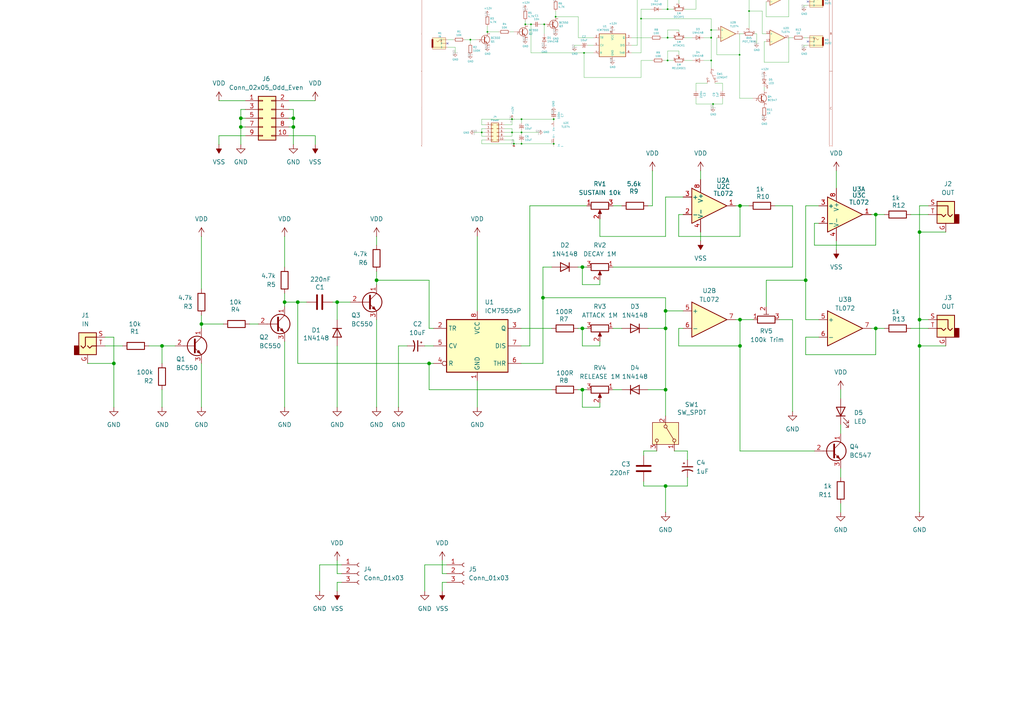
<source format=kicad_sch>
(kicad_sch (version 20250114) (generator "eeschema") (generator_version "9.0")
  (paper "A4")
  (title_block (title "ASDR") (date "2025-06-14") (rev "1-0"))
  (lib_symbols
    (symbol "Amplifier_Operational:TL072" (pin_names (offset 0.127))
      (property "Reference" "U" (at 0 5.08 0))
      (property "Value" "TL072" (at 0 -5.08 0))
      (symbol "TL072_1_1"
        (polyline (pts (xy -5.08 5.08) (xy 5.08 0) (xy -5.08 -5.08) (xy -5.08 5.08)) (stroke (width 0.254)) (fill (type background)))
        (pin input line (at -7.62 2.54 0) (length 2.54) (name "+") (number "3"))
        (pin input line (at -7.62 -2.54 0) (length 2.54) (name "-") (number "2"))
        (pin output line (at 7.62 0 180) (length 2.54) (name "~") (number "1"))
      )
      (symbol "TL072_2_1"
        (polyline (pts (xy -5.08 5.08) (xy 5.08 0) (xy -5.08 -5.08) (xy -5.08 5.08)) (stroke (width 0.254)) (fill (type background)))
        (pin input line (at -7.62 2.54 0) (length 2.54) (name "+") (number "5"))
        (pin input line (at -7.62 -2.54 0) (length 2.54) (name "-") (number "6"))
        (pin output line (at 7.62 0 180) (length 2.54) (name "~") (number "7"))
      )
      (symbol "TL072_3_1"
        (pin power_in line (at -2.54 7.62 270) (length 3.81) (name "V+") (number "8"))
        (pin power_in line (at -2.54 -7.62 90) (length 3.81) (name "V-") (number "4"))
      )
    )
    (symbol "Connector:Conn_01x03_Socket" (pin_names (offset 1.016) (hide yes))
      (property "Reference" "J" (at 0 5.08 0))
      (property "Value" "Conn_01x03_Socket" (at 0 -5.08 0))
      (symbol "Conn_01x03_Socket_1_1"
        (polyline (pts (xy -1.27 2.54) (xy -0.508 2.54)) (stroke (width 0.1524)))
        (polyline (pts (xy -1.27 0) (xy -0.508 0)) (stroke (width 0.1524)))
        (polyline (pts (xy -1.27 -2.54) (xy -0.508 -2.54)) (stroke (width 0.1524)))
        (arc (start 0 2.032) (mid -0.5058 2.54) (end 0 3.048) (stroke (width 0.1524)))
        (arc (start 0 -0.508) (mid -0.5058 0) (end 0 0.508) (stroke (width 0.1524)))
        (arc (start 0 -3.048) (mid -0.5058 -2.54) (end 0 -2.032) (stroke (width 0.1524)))
        (pin passive line (at -5.08 2.54 0) (length 3.81) (name "Pin_1") (number "1"))
        (pin passive line (at -5.08 0 0) (length 3.81) (name "Pin_2") (number "2"))
        (pin passive line (at -5.08 -2.54 0) (length 3.81) (name "Pin_3") (number "3"))
      )
    )
    (symbol "Connector_Generic:Conn_02x05_Odd_Even" (pin_names (offset 1.016) (hide yes))
      (property "Reference" "J" (at 1.27 7.62 0))
      (property "Value" "Conn_02x05_Odd_Even" (at 1.27 -7.62 0))
      (symbol "Conn_02x05_Odd_Even_1_1"
        (rectangle (start -1.27 6.35) (end 3.81 -6.35) (stroke (width 0.254)) (fill (type background)))
        (rectangle (start -1.27 5.207) (end 0 4.953) (stroke (width 0.1524)))
        (rectangle (start -1.27 2.667) (end 0 2.413) (stroke (width 0.1524)))
        (rectangle (start -1.27 0.127) (end 0 -0.127) (stroke (width 0.1524)))
        (rectangle (start -1.27 -2.413) (end 0 -2.667) (stroke (width 0.1524)))
        (rectangle (start -1.27 -4.953) (end 0 -5.207) (stroke (width 0.1524)))
        (rectangle (start 3.81 5.207) (end 2.54 4.953) (stroke (width 0.1524)))
        (rectangle (start 3.81 2.667) (end 2.54 2.413) (stroke (width 0.1524)))
        (rectangle (start 3.81 0.127) (end 2.54 -0.127) (stroke (width 0.1524)))
        (rectangle (start 3.81 -2.413) (end 2.54 -2.667) (stroke (width 0.1524)))
        (rectangle (start 3.81 -4.953) (end 2.54 -5.207) (stroke (width 0.1524)))
        (pin passive line (at -5.08 5.08 0) (length 3.81) (name "Pin_1") (number "1"))
        (pin passive line (at -5.08 2.54 0) (length 3.81) (name "Pin_3") (number "3"))
        (pin passive line (at -5.08 0 0) (length 3.81) (name "Pin_5") (number "5"))
        (pin passive line (at -5.08 -2.54 0) (length 3.81) (name "Pin_7") (number "7"))
        (pin passive line (at -5.08 -5.08 0) (length 3.81) (name "Pin_9") (number "9"))
        (pin passive line (at 7.62 5.08 180) (length 3.81) (name "Pin_2") (number "2"))
        (pin passive line (at 7.62 2.54 180) (length 3.81) (name "Pin_4") (number "4"))
        (pin passive line (at 7.62 0 180) (length 3.81) (name "Pin_6") (number "6"))
        (pin passive line (at 7.62 -2.54 180) (length 3.81) (name "Pin_8") (number "8"))
        (pin passive line (at 7.62 -5.08 180) (length 3.81) (name "Pin_10") (number "10"))
      )
    )
    (symbol "Device:C" (pin_numbers (hide yes)) (pin_names (offset 0.254))
      (property "Reference" "C" (at 0.635 2.54 0))
      (property "Value" "C" (at 0.635 -2.54 0))
      (symbol "C_0_1"
        (polyline (pts (xy -2.032 0.762) (xy 2.032 0.762)) (stroke (width 0.508)))
        (polyline (pts (xy -2.032 -0.762) (xy 2.032 -0.762)) (stroke (width 0.508)))
      )
      (symbol "C_1_1"
        (pin passive line (at 0 3.81 270) (length 2.794) (name "~") (number "1"))
        (pin passive line (at 0 -3.81 90) (length 2.794) (name "~") (number "2"))
      )
    )
    (symbol "Device:C_Polarized_Small_US" (pin_numbers (hide yes)) (pin_names (offset 0.254) (hide yes))
      (property "Reference" "C" (at 0.254 1.778 0))
      (property "Value" "C_Polarized_Small_US" (at 0.254 -2.032 0))
      (symbol "C_Polarized_Small_US_0_1"
        (polyline (pts (xy -1.524 0.508) (xy 1.524 0.508)) (stroke (width 0.3048)))
        (polyline (pts (xy -1.27 1.524) (xy -0.762 1.524)))
        (polyline (pts (xy -1.016 1.27) (xy -1.016 1.778)))
        (arc (start -1.524 -0.762) (mid 0 -0.3734) (end 1.524 -0.762) (stroke (width 0.3048)))
      )
      (symbol "C_Polarized_Small_US_1_1"
        (pin passive line (at 0 2.54 270) (length 2.032) (name "~") (number "1"))
        (pin passive line (at 0 -2.54 90) (length 2.032) (name "~") (number "2"))
      )
    )
    (symbol "Device:D" (pin_numbers (hide yes)) (pin_names (offset 1.016) (hide yes))
      (property "Reference" "D" (at 0 2.54 0))
      (property "Value" "D" (at 0 -2.54 0))
      (symbol "D_0_1"
        (polyline (pts (xy -1.27 1.27) (xy -1.27 -1.27)) (stroke (width 0.254)))
        (polyline (pts (xy 1.27 1.27) (xy 1.27 -1.27) (xy -1.27 0) (xy 1.27 1.27)) (stroke (width 0.254)))
        (polyline (pts (xy 1.27 0) (xy -1.27 0)))
      )
      (symbol "D_1_1"
        (pin passive line (at -3.81 0 0) (length 2.54) (name "K") (number "1"))
        (pin passive line (at 3.81 0 180) (length 2.54) (name "A") (number "2"))
      )
    )
    (symbol "Device:LED" (pin_numbers (hide yes)) (pin_names (offset 1.016) (hide yes))
      (property "Reference" "D" (at 0 2.54 0))
      (property "Value" "LED" (at 0 -2.54 0))
      (symbol "LED_0_1"
        (polyline (pts (xy -3.048 -0.762) (xy -4.572 -2.286) (xy -3.81 -2.286) (xy -4.572 -2.286) (xy -4.572 -1.524)))
        (polyline (pts (xy -1.778 -0.762) (xy -3.302 -2.286) (xy -2.54 -2.286) (xy -3.302 -2.286) (xy -3.302 -1.524)))
        (polyline (pts (xy -1.27 0) (xy 1.27 0)))
        (polyline (pts (xy -1.27 -1.27) (xy -1.27 1.27)) (stroke (width 0.254)))
        (polyline (pts (xy 1.27 -1.27) (xy 1.27 1.27) (xy -1.27 0) (xy 1.27 -1.27)) (stroke (width 0.254)))
      )
      (symbol "LED_1_1"
        (pin passive line (at -3.81 0 0) (length 2.54) (name "K") (number "1"))
        (pin passive line (at 3.81 0 180) (length 2.54) (name "A") (number "2"))
      )
    )
    (symbol "HackSynth:AudioJack2_Ground"
      (property "Reference" "J" (at 0 8.89 0))
      (property "Value" "AudioJack2_Ground" (at 0 6.35 0))
      (symbol "AudioJack2_Ground_0_1"
        (rectangle (start -2.54 -2.54) (end -3.81 0) (stroke (width 0.254)) (fill (type outline)))
        (polyline (pts (xy 0 0) (xy 0.635 -0.635) (xy 1.27 0) (xy 2.54 0)) (stroke (width 0.254)))
        (rectangle (start 2.54 3.81) (end -2.54 -2.54) (stroke (width 0.254)) (fill (type background)))
        (polyline (pts (xy 2.54 2.54) (xy -0.635 2.54) (xy -0.635 0) (xy -1.27 -0.635) (xy -1.905 0)) (stroke (width 0.254)))
      )
      (symbol "AudioJack2_Ground_1_1"
        (pin passive line (at 0 -5.08 90) (length 2.54) (name "~") (number "G"))
        (pin passive line (at 5.08 2.54 180) (length 2.54) (name "~") (number "S"))
        (pin passive line (at 5.08 0 180) (length 2.54) (name "~") (number "T"))
      )
    )
    (symbol "HackSynth:R" (pin_numbers (hide yes)) (pin_names (offset 0))
      (property "Reference" "R" (at 2.032 0 90))
      (property "Value" "R" (at 0 0 90))
      (symbol "R_0_1"
        (rectangle (start -1.016 -2.54) (end 1.016 2.54) (stroke (width 0.254)))
      )
      (symbol "R_1_1"
        (pin passive line (at 0 3.81 270) (length 1.27) (name "~") (number "1"))
        (pin passive line (at 0 -3.81 90) (length 1.27) (name "~") (number "2"))
      )
    )
    (symbol "HackSynth:R_Potentiometer" (pin_names (offset 1.016) (hide yes))
      (property "Reference" "RV" (at -4.445 0 90))
      (property "Value" "R_Potentiometer" (at -2.54 0 90))
      (symbol "R_Potentiometer_0_1"
        (rectangle (start 1.016 2.54) (end -1.016 -2.54) (stroke (width 0.254)))
        (polyline (pts (xy 1.143 0) (xy 2.286 0.508) (xy 2.286 -0.508) (xy 1.143 0)) (fill (type outline)))
        (polyline (pts (xy 2.54 0) (xy 1.524 0)))
      )
      (symbol "R_Potentiometer_1_1"
        (pin passive line (at 0 3.81 270) (length 1.27) (name "1") (number "1"))
        (pin passive line (at 0 -3.81 90) (length 1.27) (name "3") (number "3"))
        (pin passive line (at 3.81 0 180) (length 1.27) (name "2") (number "2"))
      )
    )
    (symbol "HackSynth:R_Potentiometer_Trim" (pin_names (offset 1.016) (hide yes))
      (property "Reference" "RV2" (at -2.54 1.2701 0))
      (property "Value" "R_Potentiometer_Trim 1k" (at -2.54 -1.2699 0))
      (symbol "R_Potentiometer_Trim_0_1"
        (rectangle (start 1.016 2.54) (end -1.016 -2.54) (stroke (width 0.254)))
        (polyline (pts (xy 1.524 0.762) (xy 1.524 -0.762)))
        (polyline (pts (xy 2.54 0) (xy 1.524 0)))
      )
      (symbol "R_Potentiometer_Trim_1_1"
        (pin passive line (at 0 3.81 270) (length 1.27) (name "1") (number "1"))
        (pin passive line (at 0 -3.81 90) (length 1.27) (name "3") (number "3"))
        (pin passive line (at 3.81 0 180) (length 1.27) (name "2") (number "2"))
      )
    )
    (symbol "Switch:SW_SPDT" (pin_names (offset 0) (hide yes))
      (property "Reference" "SW" (at 0 5.08 0))
      (property "Value" "SW_SPDT" (at 0 -5.08 0))
      (symbol "SW_SPDT_0_1"
        (circle (center -2.032 0) (radius 0.4572))
        (polyline (pts (xy -1.651 0.254) (xy 1.651 2.286)))
        (circle (center 2.032 2.54) (radius 0.4572))
        (circle (center 2.032 -2.54) (radius 0.4572))
      )
      (symbol "SW_SPDT_1_1"
        (rectangle (start -3.175 3.81) (end 3.175 -3.81) (fill (type background)))
        (pin passive line (at -5.08 0 0) (length 2.54) (name "B") (number "2"))
        (pin passive line (at 5.08 2.54 180) (length 2.54) (name "A") (number "1"))
        (pin passive line (at 5.08 -2.54 180) (length 2.54) (name "C") (number "3"))
      )
    )
    (symbol "Timer:ICM7555xP"
      (property "Reference" "U" (at -10.16 8.89 0))
      (property "Value" "ICM7555xP" (at 2.54 8.89 0))
      (symbol "ICM7555xP_0_0"
        (pin power_in line (at 0 10.16 270) (length 2.54) (name "VCC") (number "8"))
        (pin power_in line (at 0 -10.16 90) (length 2.54) (name "GND") (number "1"))
      )
      (symbol "ICM7555xP_0_1"
        (rectangle (start -8.89 -7.62) (end 8.89 7.62) (stroke (width 0.254)) (fill (type background)))
        (rectangle (start -8.89 -7.62) (end 8.89 7.62) (stroke (width 0.254)) (fill (type background)))
      )
      (symbol "ICM7555xP_1_1"
        (pin input line (at -12.7 5.08 0) (length 3.81) (name "TR") (number "2"))
        (pin input line (at -12.7 0 0) (length 3.81) (name "CV") (number "5"))
        (pin input inverted (at -12.7 -5.08 0) (length 3.81) (name "R") (number "4"))
        (pin output line (at 12.7 5.08 180) (length 3.81) (name "Q") (number "3"))
        (pin input line (at 12.7 0 180) (length 3.81) (name "DIS") (number "7"))
        (pin input line (at 12.7 -5.08 180) (length 3.81) (name "THR") (number "6"))
      )
    )
    (symbol "Transistor_BJT:BC547" (pin_names (offset 0) (hide yes))
      (property "Reference" "Q" (at 5.08 1.905 0))
      (property "Value" "BC547" (at 5.08 0 0))
      (symbol "BC547_0_1"
        (polyline (pts (xy -2.54 0) (xy 0.635 0)))
        (polyline (pts (xy 0.635 1.905) (xy 0.635 -1.905)) (stroke (width 0.508)))
        (circle (center 1.27 0) (radius 2.8194) (stroke (width 0.254)))
      )
      (symbol "BC547_1_1"
        (polyline (pts (xy 0.635 0.635) (xy 2.54 2.54)))
        (polyline (pts (xy 0.635 -0.635) (xy 2.54 -2.54)))
        (polyline (pts (xy 1.27 -1.778) (xy 1.778 -1.27) (xy 2.286 -2.286) (xy 1.27 -1.778)) (fill (type outline)))
        (pin input line (at -5.08 0 0) (length 2.54) (name "B") (number "2"))
        (pin passive line (at 2.54 5.08 270) (length 2.54) (name "C") (number "1"))
        (pin passive line (at 2.54 -5.08 90) (length 2.54) (name "E") (number "3"))
      )
    )
    (symbol "Transistor_BJT:BC550" (pin_names (offset 0) (hide yes))
      (property "Reference" "Q" (at 5.08 1.905 0))
      (property "Value" "BC550" (at 5.08 0 0))
      (symbol "BC550_0_1"
        (polyline (pts (xy -2.54 0) (xy 0.635 0)))
        (polyline (pts (xy 0.635 1.905) (xy 0.635 -1.905)) (stroke (width 0.508)))
        (circle (center 1.27 0) (radius 2.8194) (stroke (width 0.254)))
      )
      (symbol "BC550_1_1"
        (polyline (pts (xy 0.635 0.635) (xy 2.54 2.54)))
        (polyline (pts (xy 0.635 -0.635) (xy 2.54 -2.54)))
        (polyline (pts (xy 1.27 -1.778) (xy 1.778 -1.27) (xy 2.286 -2.286) (xy 1.27 -1.778)) (fill (type outline)))
        (pin input line (at -5.08 0 0) (length 2.54) (name "B") (number "2"))
        (pin passive line (at 2.54 5.08 270) (length 2.54) (name "C") (number "1"))
        (pin passive line (at 2.54 -5.08 90) (length 2.54) (name "E") (number "3"))
      )
    )
    (symbol "power:GND" (power) (pin_numbers (hide yes)) (pin_names (offset 0) (hide yes))
      (property "Value" "GND" (at 0 -3.81 0))
      (symbol "GND_0_1"
        (polyline (pts (xy 0 0) (xy 0 -1.27) (xy 1.27 -1.27) (xy 0 -2.54) (xy -1.27 -1.27) (xy 0 -1.27)))
      )
      (symbol "GND_1_1"
        (pin power_in line (at 0 0 270) (length 0) (name "~") (number "1"))
      )
    )
    (symbol "power:VDD" (power) (pin_numbers (hide yes)) (pin_names (offset 0) (hide yes))
      (property "Value" "VDD" (at 0 3.556 0))
      (symbol "VDD_0_1"
        (polyline (pts (xy -0.762 1.27) (xy 0 2.54)))
        (polyline (pts (xy 0 2.54) (xy 0.762 1.27)))
        (polyline (pts (xy 0 0) (xy 0 2.54)))
      )
      (symbol "VDD_1_1"
        (pin power_in line (at 0 0 90) (length 0) (name "~") (number "1"))
      )
    )
    (symbol "power:VSS" (power) (pin_numbers (hide yes)) (pin_names (offset 0) (hide yes))
      (property "Value" "VSS" (at 0 3.556 0))
      (symbol "VSS_0_1"
        (polyline (pts (xy 0 0) (xy 0 2.54)))
        (polyline (pts (xy 0.762 1.27) (xy -0.762 1.27) (xy 0 2.54) (xy 0.762 1.27)) (fill (type outline)))
      )
      (symbol "VSS_1_1"
        (pin power_in line (at 0 0 90) (length 0) (name "~") (number "1"))
      )
    )
  )
  (junction (at 168.91 113.03))
  (junction (at 168.91 77.47))
  (junction (at 254 95.25))
  (junction (at 82.55 87.63))
  (junction (at 266.7 92.71))
  (junction (at 214.63 59.69))
  (junction (at 193.04 90.17))
  (junction (at 157.48 86.36))
  (junction (at 193.04 95.25))
  (junction (at 214.63 100.33))
  (junction (at 86.36 87.63))
  (junction (at 69.85 34.29))
  (junction (at 266.7 67.31))
  (junction (at 124.46 105.41))
  (junction (at 97.79 87.63))
  (junction (at 168.91 95.25))
  (junction (at 69.85 36.83))
  (junction (at 193.04 140.97))
  (junction (at 85.09 36.83))
  (junction (at 214.63 92.71))
  (junction (at 233.68 81.28))
  (junction (at 193.04 113.03))
  (junction (at 266.7 100.33))
  (junction (at 46.99 100.33))
  (junction (at 109.22 81.28))
  (junction (at 85.09 34.29))
  (junction (at 254 62.23))
  (junction (at 58.42 93.98))
  (junction (at 33.02 105.41))
  (wire (pts (xy 71.12 36.83) (xy 69.85 36.83)))
  (wire (pts (xy 252.73 95.25) (xy 254 95.25)))
  (wire (pts (xy 229.87 92.71) (xy 229.87 119.38)))
  (wire (pts (xy 195.58 130.81) (xy 199.39 130.81)))
  (wire (pts (xy 168.91 118.11) (xy 173.99 118.11)))
  (wire (pts (xy 86.36 105.41) (xy 124.46 105.41)))
  (wire (pts (xy 168.91 113.03) (xy 170.18 113.03)))
  (wire (pts (xy 226.06 92.71) (xy 229.87 92.71)))
  (wire (pts (xy 186.69 140.97) (xy 186.69 139.7)))
  (wire (pts (xy 187.96 95.25) (xy 193.04 95.25)))
  (wire (pts (xy 269.24 95.25) (xy 264.16 95.25)))
  (wire (pts (xy 58.42 68.58) (xy 58.42 83.82)))
  (wire (pts (xy 168.91 77.47) (xy 170.18 77.47)))
  (wire (pts (xy 69.85 31.75) (xy 69.85 34.29)))
  (wire (pts (xy 97.79 166.37) (xy 99.06 166.37)))
  (wire (pts (xy 233.68 92.71) (xy 237.49 92.71)))
  (wire (pts (xy 128.27 162.56) (xy 128.27 166.37)))
  (wire (pts (xy 187.96 59.69) (xy 189.23 59.69)))
  (wire (pts (xy 196.85 100.33) (xy 214.63 100.33)))
  (wire (pts (xy 124.46 105.41) (xy 124.46 113.03)))
  (wire (pts (xy 233.68 102.87) (xy 254 102.87)))
  (wire (pts (xy 199.39 140.97) (xy 193.04 140.97)))
  (wire (pts (xy 72.39 93.98) (xy 74.93 93.98)))
  (wire (pts (xy 193.04 95.25) (xy 193.04 90.17)))
  (wire (pts (xy 233.68 97.79) (xy 233.68 102.87)))
  (wire (pts (xy 99.06 163.83) (xy 92.71 163.83)))
  (wire (pts (xy 63.5 39.37) (xy 71.12 39.37)))
  (wire (pts (xy 189.23 59.69) (xy 189.23 49.53)))
  (wire (pts (xy 109.22 68.58) (xy 109.22 71.12)))
  (wire (pts (xy 58.42 91.44) (xy 58.42 93.98)))
  (wire (pts (xy 186.69 132.08) (xy 186.69 130.81)))
  (wire (pts (xy 193.04 90.17) (xy 198.12 90.17)))
  (wire (pts (xy 236.22 64.77) (xy 237.49 64.77)))
  (wire (pts (xy 129.54 168.91) (xy 128.27 168.91)))
  (wire (pts (xy 168.91 100.33) (xy 173.99 100.33)))
  (wire (pts (xy 115.57 100.33) (xy 115.57 118.11)))
  (wire (pts (xy 187.96 113.03) (xy 193.04 113.03)))
  (wire (pts (xy 177.8 77.47) (xy 229.87 77.47)))
  (wire (pts (xy 269.24 59.69) (xy 266.7 59.69)))
  (wire (pts (xy 177.8 113.03) (xy 180.34 113.03)))
  (wire (pts (xy 254 62.23) (xy 256.54 62.23)))
  (wire (pts (xy 92.71 163.83) (xy 92.71 171.45)))
  (wire (pts (xy 254 95.25) (xy 256.54 95.25)))
  (wire (pts (xy 168.91 95.25) (xy 168.91 100.33)))
  (wire (pts (xy 63.5 39.37) (xy 63.5 41.91)))
  (wire (pts (xy 109.22 78.74) (xy 109.22 81.28)))
  (wire (pts (xy 86.36 87.63) (xy 88.9 87.63)))
  (wire (pts (xy 97.79 87.63) (xy 97.79 92.71)))
  (wire (pts (xy 30.48 100.33) (xy 35.56 100.33)))
  (wire (pts (xy 63.5 29.21) (xy 71.12 29.21)))
  (wire (pts (xy 124.46 113.03) (xy 160.02 113.03)))
  (wire (pts (xy 236.22 64.77) (xy 236.22 71.12)))
  (wire (pts (xy 173.99 82.55) (xy 173.99 81.28)))
  (wire (pts (xy 125.73 105.41) (xy 124.46 105.41)))
  (wire (pts (xy 193.04 86.36) (xy 193.04 90.17)))
  (wire (pts (xy 46.99 100.33) (xy 46.99 105.41)))
  (wire (pts (xy 157.48 77.47) (xy 160.02 77.47)))
  (wire (pts (xy 151.13 100.33) (xy 153.67 100.33)))
  (wire (pts (xy 86.36 105.41) (xy 86.36 87.63)))
  (wire (pts (xy 82.55 87.63) (xy 86.36 87.63)))
  (wire (pts (xy 69.85 34.29) (xy 69.85 36.83)))
  (wire (pts (xy 236.22 71.12) (xy 254 71.12)))
  (wire (pts (xy 157.48 86.36) (xy 193.04 86.36)))
  (wire (pts (xy 196.85 68.58) (xy 214.63 68.58)))
  (wire (pts (xy 83.82 36.83) (xy 85.09 36.83)))
  (wire (pts (xy 196.85 95.25) (xy 198.12 95.25)))
  (wire (pts (xy 71.12 34.29) (xy 69.85 34.29)))
  (wire (pts (xy 254 62.23) (xy 252.73 62.23)))
  (wire (pts (xy 83.82 29.21) (xy 91.44 29.21)))
  (wire (pts (xy 193.04 68.58) (xy 193.04 57.15)))
  (wire (pts (xy 173.99 100.33) (xy 173.99 99.06)))
  (wire (pts (xy 214.63 92.71) (xy 218.44 92.71)))
  (wire (pts (xy 173.99 118.11) (xy 173.99 116.84)))
  (wire (pts (xy 213.36 59.69) (xy 214.63 59.69)))
  (wire (pts (xy 83.82 34.29) (xy 85.09 34.29)))
  (wire (pts (xy 99.06 168.91) (xy 97.79 168.91)))
  (wire (pts (xy 71.12 31.75) (xy 69.85 31.75)))
  (wire (pts (xy 196.85 95.25) (xy 196.85 100.33)))
  (wire (pts (xy 266.7 92.71) (xy 266.7 100.33)))
  (wire (pts (xy 129.54 163.83) (xy 123.19 163.83)))
  (wire (pts (xy 168.91 95.25) (xy 170.18 95.25)))
  (wire (pts (xy 254 102.87) (xy 254 95.25)))
  (wire (pts (xy 222.25 81.28) (xy 233.68 81.28)))
  (wire (pts (xy 173.99 68.58) (xy 173.99 63.5)))
  (wire (pts (xy 229.87 77.47) (xy 229.87 59.69)))
  (wire (pts (xy 82.55 99.06) (xy 82.55 118.11)))
  (wire (pts (xy 69.85 36.83) (xy 69.85 41.91)))
  (wire (pts (xy 157.48 77.47) (xy 157.48 86.36)))
  (wire (pts (xy 203.2 49.53) (xy 203.2 52.07)))
  (wire (pts (xy 109.22 81.28) (xy 109.22 82.55)))
  (wire (pts (xy 186.69 140.97) (xy 193.04 140.97)))
  (wire (pts (xy 203.2 69.85) (xy 203.2 67.31)))
  (wire (pts (xy 254 71.12) (xy 254 62.23)))
  (wire (pts (xy 97.79 168.91) (xy 97.79 171.45)))
  (wire (pts (xy 173.99 68.58) (xy 193.04 68.58)))
  (wire (pts (xy 33.02 97.79) (xy 33.02 105.41)))
  (wire (pts (xy 82.55 68.58) (xy 82.55 77.47)))
  (wire (pts (xy 222.25 88.9) (xy 222.25 81.28)))
  (wire (pts (xy 214.63 130.81) (xy 236.22 130.81)))
  (wire (pts (xy 193.04 57.15) (xy 198.12 57.15)))
  (wire (pts (xy 96.52 87.63) (xy 97.79 87.63)))
  (wire (pts (xy 266.7 148.59) (xy 266.7 100.33)))
  (wire (pts (xy 82.55 87.63) (xy 82.55 88.9)))
  (wire (pts (xy 243.84 148.59) (xy 243.84 146.05)))
  (wire (pts (xy 167.64 95.25) (xy 168.91 95.25)))
  (wire (pts (xy 266.7 67.31) (xy 266.7 92.71)))
  (wire (pts (xy 168.91 113.03) (xy 168.91 118.11)))
  (wire (pts (xy 58.42 93.98) (xy 64.77 93.98)))
  (wire (pts (xy 177.8 95.25) (xy 180.34 95.25)))
  (wire (pts (xy 214.63 59.69) (xy 214.63 68.58)))
  (wire (pts (xy 85.09 34.29) (xy 85.09 36.83)))
  (wire (pts (xy 229.87 59.69) (xy 224.79 59.69)))
  (wire (pts (xy 46.99 113.03) (xy 46.99 118.11)))
  (wire (pts (xy 243.84 138.43) (xy 243.84 135.89)))
  (wire (pts (xy 151.13 95.25) (xy 160.02 95.25)))
  (wire (pts (xy 97.79 87.63) (xy 101.6 87.63)))
  (wire (pts (xy 138.43 68.58) (xy 138.43 90.17)))
  (wire (pts (xy 233.68 59.69) (xy 233.68 81.28)))
  (wire (pts (xy 157.48 105.41) (xy 157.48 86.36)))
  (wire (pts (xy 167.64 113.03) (xy 168.91 113.03)))
  (wire (pts (xy 118.11 100.33) (xy 115.57 100.33)))
  (wire (pts (xy 128.27 168.91) (xy 128.27 171.45)))
  (wire (pts (xy 242.57 72.39) (xy 242.57 69.85)))
  (wire (pts (xy 151.13 105.41) (xy 157.48 105.41)))
  (wire (pts (xy 266.7 67.31) (xy 274.32 67.31)))
  (wire (pts (xy 97.79 118.11) (xy 97.79 100.33)))
  (wire (pts (xy 193.04 148.59) (xy 193.04 140.97)))
  (wire (pts (xy 153.67 59.69) (xy 170.18 59.69)))
  (wire (pts (xy 196.85 62.23) (xy 196.85 68.58)))
  (wire (pts (xy 196.85 62.23) (xy 198.12 62.23)))
  (wire (pts (xy 243.84 113.03) (xy 243.84 115.57)))
  (wire (pts (xy 138.43 110.49) (xy 138.43 118.11)))
  (wire (pts (xy 91.44 39.37) (xy 91.44 41.91)))
  (wire (pts (xy 33.02 105.41) (xy 33.02 118.11)))
  (wire (pts (xy 266.7 100.33) (xy 274.32 100.33)))
  (wire (pts (xy 82.55 85.09) (xy 82.55 87.63)))
  (wire (pts (xy 242.57 49.53) (xy 242.57 54.61)))
  (wire (pts (xy 186.69 130.81) (xy 190.5 130.81)))
  (wire (pts (xy 266.7 59.69) (xy 266.7 67.31)))
  (wire (pts (xy 199.39 130.81) (xy 199.39 133.35)))
  (wire (pts (xy 168.91 77.47) (xy 168.91 82.55)))
  (wire (pts (xy 177.8 59.69) (xy 180.34 59.69)))
  (wire (pts (xy 33.02 105.41) (xy 25.4 105.41)))
  (wire (pts (xy 168.91 82.55) (xy 173.99 82.55)))
  (wire (pts (xy 128.27 166.37) (xy 129.54 166.37)))
  (wire (pts (xy 85.09 36.83) (xy 85.09 41.91)))
  (wire (pts (xy 43.18 100.33) (xy 46.99 100.33)))
  (wire (pts (xy 91.44 39.37) (xy 83.82 39.37)))
  (wire (pts (xy 30.48 97.79) (xy 33.02 97.79)))
  (wire (pts (xy 123.19 163.83) (xy 123.19 171.45)))
  (wire (pts (xy 199.39 138.43) (xy 199.39 140.97)))
  (wire (pts (xy 58.42 105.41) (xy 58.42 118.11)))
  (wire (pts (xy 153.67 100.33) (xy 153.67 59.69)))
  (wire (pts (xy 167.64 77.47) (xy 168.91 77.47)))
  (wire (pts (xy 97.79 162.56) (xy 97.79 166.37)))
  (wire (pts (xy 269.24 62.23) (xy 264.16 62.23)))
  (wire (pts (xy 124.46 95.25) (xy 124.46 81.28)))
  (wire (pts (xy 85.09 31.75) (xy 85.09 34.29)))
  (wire (pts (xy 109.22 81.28) (xy 124.46 81.28)))
  (wire (pts (xy 213.36 92.71) (xy 214.63 92.71)))
  (wire (pts (xy 243.84 123.19) (xy 243.84 125.73)))
  (wire (pts (xy 237.49 59.69) (xy 233.68 59.69)))
  (wire (pts (xy 233.68 81.28) (xy 233.68 92.71)))
  (wire (pts (xy 109.22 92.71) (xy 109.22 118.11)))
  (wire (pts (xy 193.04 95.25) (xy 193.04 113.03)))
  (wire (pts (xy 123.19 100.33) (xy 125.73 100.33)))
  (wire (pts (xy 58.42 93.98) (xy 58.42 95.25)))
  (wire (pts (xy 269.24 92.71) (xy 266.7 92.71)))
  (wire (pts (xy 214.63 100.33) (xy 214.63 130.81)))
  (wire (pts (xy 124.46 95.25) (xy 125.73 95.25)))
  (wire (pts (xy 193.04 113.03) (xy 193.04 120.65)))
  (wire (pts (xy 237.49 97.79) (xy 233.68 97.79)))
  (wire (pts (xy 214.63 92.71) (xy 214.63 100.33)))
  (wire (pts (xy 83.82 31.75) (xy 85.09 31.75)))
  (wire (pts (xy 46.99 100.33) (xy 50.8 100.33)))
  (wire (pts (xy 214.63 59.69) (xy 217.17 59.69)))
  (image (at 182.245 10.795) (scale 0.396342))
  (symbol (lib_id "HackSynth:R_Potentiometer") (at 173.99 77.47 270) (unit 1)
    (property "Reference" "RV2" (at 173.99 71.12 90))
    (property "Value" "DECAY 1M" (at 173.99 73.66 90))
    (property "Footprint" "HackSynth:Potentiometer_Alps_RK09K_Horizontal" (effects (hide yes)))
    (property "Description" "Potentiometer" (effects (hide yes)))
  )
  (symbol (lib_id "power:VDD") (at 203.2 49.53 0) (unit 1)
    (property "Reference" "#PWR020" (effects (hide yes)))
    (property "Value" "VDD" (at 203.2 44.45 0))
    (property "Description" "Power symbol creates a global label with name \"VDD\"" (effects (hide yes)))
  )
  (symbol (lib_id "power:GND") (at 229.87 119.38 0) (unit 1)
    (property "Reference" "#PWR022" (effects (hide yes)))
    (property "Value" "GND" (at 229.87 124.46 0))
    (property "Description" "Power symbol creates a global label with name \"GND\" , ground" (effects (hide yes)))
  )
  (symbol (lib_id "HackSynth:R") (at 163.83 113.03 270) (unit 1)
    (property "Reference" "R8" (at 162.1789 110.363 90) (effects (justify left)))
    (property "Value" "100R" (at 163.83 108.204 90))
    (property "Footprint" "HackSynth:R_Axial_DIN0207_L6.3mm_D2.5mm_P7.62mm_Horizontal" (effects (hide yes)))
    (property "Description" "Resistor" (effects (hide yes)))
  )
  (symbol (lib_id "Transistor_BJT:BC550") (at 106.68 87.63 0) (unit 1)
    (property "Reference" "Q3" (at 101.854 91.44 0) (effects (justify left)))
    (property "Value" "BC550" (at 101.854 93.98 0) (effects (justify left)))
    (property "Footprint" "HackSynth:TO-92_Inline - Handsolder" (effects (hide yes)))
    (property "Datasheet" "https://www.onsemi.com/pub/Collateral/BC550-D.pdf" (effects (hide yes)))
    (property "Description" "0.1A Ic, 45V Vce, Small Signal NPN Transistor, TO-92" (effects (hide yes)))
  )
  (symbol (lib_id "power:GND") (at 266.7 148.59 0) (unit 1)
    (property "Reference" "#PWR027" (effects (hide yes)))
    (property "Value" "GND" (at 266.7 153.67 0))
    (property "Description" "Power symbol creates a global label with name \"GND\" , ground" (effects (hide yes)))
  )
  (symbol (lib_id "Amplifier_Operational:TL072") (at 205.74 59.69 0) (unit 1)
    (property "Reference" "U2" (at 207.772 52.324 0) (effects (justify left)))
    (property "Value" "TL072" (at 209.804 56.134 0))
    (property "Footprint" "HackSynth:DIP-8_W7.62mm_LongPads" (effects (hide yes)))
    (property "Datasheet" "http://www.ti.com/lit/ds/symlink/tl071.pdf" (effects (hide yes)))
    (property "Description" "Dual Low-Noise JFET-Input Operational Amplifiers, DIP-8/SOIC-8" (effects (hide yes)))
  )
  (symbol (lib_id "Amplifier_Operational:TL072") (at 205.74 59.69 0) (unit 3)
    (property "Reference" "U2" (at 207.772 54.102 0) (effects (justify left)))
    (property "Value" "TL072" (effects (hide yes)))
    (property "Footprint" "HackSynth:DIP-8_W7.62mm_LongPads" (effects (hide yes)))
    (property "Datasheet" "http://www.ti.com/lit/ds/symlink/tl071.pdf" (effects (hide yes)))
    (property "Description" "Dual Low-Noise JFET-Input Operational Amplifiers, DIP-8/SOIC-8" (effects (hide yes)))
  )
  (symbol (lib_id "Amplifier_Operational:TL072") (at 245.11 62.23 0) (unit 1)
    (property "Reference" "U3" (at 247.142 54.864 0) (effects (justify left)))
    (property "Value" "TL072" (at 249.174 58.674 0))
    (property "Footprint" "HackSynth:DIP-8_W7.62mm_LongPads" (effects (hide yes)))
    (property "Datasheet" "http://www.ti.com/lit/ds/symlink/tl071.pdf" (effects (hide yes)))
    (property "Description" "Dual Low-Noise JFET-Input Operational Amplifiers, DIP-8/SOIC-8" (effects (hide yes)))
  )
  (symbol (lib_id "power:GND") (at 115.57 118.11 0) (unit 1)
    (property "Reference" "#PWR012" (effects (hide yes)))
    (property "Value" "GND" (at 115.57 123.19 0))
    (property "Description" "Power symbol creates a global label with name \"GND\" , ground" (effects (hide yes)))
  )
  (symbol (lib_id "Switch:SW_SPDT") (at 193.04 125.73 270) (unit 1)
    (property "Reference" "SW1" (at 200.66 117.348 90))
    (property "Value" "SW_SPDT" (at 200.66 119.634 90))
    (property "Footprint" "HackSynth:Switch SPDT - MTS-102" (effects (hide yes)))
    (property "Description" "Switch, single pole double throw" (effects (hide yes)))
  )
  (symbol (lib_id "power:VDD") (at 128.27 162.56 0) (unit 1)
    (property "Reference" "#PWR014" (effects (hide yes)))
    (property "Value" "VDD" (at 128.27 157.48 0))
    (property "Description" "Power symbol creates a global label with name \"VDD\"" (effects (hide yes)))
  )
  (symbol (lib_id "HackSynth:R") (at 243.84 142.24 180) (unit 1)
    (property "Reference" "R11" (at 241.3 143.5101 0) (effects (justify left)))
    (property "Value" "1k" (at 241.3 140.9701 0) (effects (justify left)))
    (property "Footprint" "HackSynth:R_Axial_DIN0207_L6.3mm_D2.5mm_P7.62mm_Horizontal" (effects (hide yes)))
    (property "Description" "Resistor" (effects (hide yes)))
  )
  (symbol (lib_id "HackSynth:R_Potentiometer") (at 173.99 95.25 270) (unit 1)
    (property "Reference" "RV3" (at 173.99 88.9 90))
    (property "Value" "ATTACK 1M" (at 173.99 91.44 90))
    (property "Footprint" "HackSynth:Potentiometer_Alps_RK09K_Horizontal" (effects (hide yes)))
    (property "Description" "Potentiometer" (effects (hide yes)))
  )
  (symbol (lib_id "HackSynth:R") (at 82.55 81.28 180) (unit 1)
    (property "Reference" "R5" (at 80.01 82.5501 0) (effects (justify left)))
    (property "Value" "4.7k" (at 80.01 80.0101 0) (effects (justify left)))
    (property "Footprint" "HackSynth:R_Axial_DIN0207_L6.3mm_D2.5mm_P7.62mm_Horizontal" (effects (hide yes)))
    (property "Description" "Resistor" (effects (hide yes)))
  )
  (symbol (lib_id "Device:D") (at 184.15 113.03 0) (unit 1)
    (property "Reference" "D4" (at 184.15 106.68 0))
    (property "Value" "1N4148" (at 184.15 109.22 0))
    (property "Footprint" "HackSynth:D_DO-35_SOD27_P7.62mm_Horizontal" (effects (hide yes)))
    (property "Description" "Diode" (effects (hide yes)))
    (property "Sim.Device" "D" (effects (hide yes)))
    (property "Sim.Pins" "1=K 2=A" (effects (hide yes)))
  )
  (symbol (lib_id "HackSynth:R") (at 184.15 59.69 270) (unit 1)
    (property "Reference" "R9" (at 182.4989 55.499 90) (effects (justify left)))
    (property "Value" "5.6k" (at 183.896 53.34 90))
    (property "Footprint" "HackSynth:R_Axial_DIN0207_L6.3mm_D2.5mm_P7.62mm_Horizontal" (effects (hide yes)))
    (property "Description" "Resistor" (effects (hide yes)))
  )
  (symbol (lib_id "Connector:Conn_01x03_Socket") (at 134.62 166.37 0) (unit 1)
    (property "Reference" "J5" (at 135.89 165.0999 0) (effects (justify left)))
    (property "Value" "Conn_01x03" (at 135.89 167.6399 0) (effects (justify left)))
    (property "Footprint" "HackSynth:JST_PH_S3B-PH-K_1x03_P2.00mm_Horizontal" (effects (hide yes)))
    (property "Description" "Generic connector, single row, 01x03, script generated" (effects (hide yes)))
  )
  (symbol (lib_id "power:VDD") (at 243.84 113.03 0) (unit 1)
    (property "Reference" "#PWR025" (effects (hide yes)))
    (property "Value" "VDD" (at 243.84 107.95 0))
    (property "Description" "Power symbol creates a global label with name \"VDD\"" (effects (hide yes)))
  )
  (symbol (lib_id "Amplifier_Operational:TL072") (at 245.11 62.23 0) (unit 3)
    (property "Reference" "U3" (at 247.142 56.642 0) (effects (justify left)))
    (property "Value" "TL072" (effects (hide yes)))
    (property "Footprint" "HackSynth:DIP-8_W7.62mm_LongPads" (effects (hide yes)))
    (property "Datasheet" "http://www.ti.com/lit/ds/symlink/tl071.pdf" (effects (hide yes)))
    (property "Description" "Dual Low-Noise JFET-Input Operational Amplifiers, DIP-8/SOIC-8" (effects (hide yes)))
  )
  (symbol (lib_id "Device:C") (at 186.69 135.89 0) (mirror y) (unit 1)
    (property "Reference" "C3" (at 182.88 134.6199 0) (effects (justify left)))
    (property "Value" "220nF" (at 182.88 137.1599 0) (effects (justify left)))
    (property "Footprint" "HackSynth:C_Ceramic_D4.5mm_P5.00mm" (effects (hide yes)))
    (property "Description" "Unpolarized capacitor" (effects (hide yes)))
  )
  (symbol (lib_id "Device:C_Polarized_Small_US") (at 120.65 100.33 270) (unit 1)
    (property "Reference" "C2" (at 121.0818 93.98 90))
    (property "Value" "10uF" (at 121.0818 96.52 90))
    (property "Footprint" "HackSynth:CP_Radial_D4.0mm_P1.50mm" (effects (hide yes)))
    (property "Description" "Polarized capacitor, small US symbol" (effects (hide yes)))
  )
  (symbol (lib_id "power:GND") (at 85.09 41.91 0) (mirror y) (unit 1)
    (property "Reference" "#PWR030" (effects (hide yes)))
    (property "Value" "GND" (at 85.09 46.99 0))
    (property "Description" "Power symbol creates a global label with name \"GND\" , ground" (effects (hide yes)))
  )
  (symbol (lib_id "power:GND") (at 58.42 118.11 0) (unit 1)
    (property "Reference" "#PWR03" (effects (hide yes)))
    (property "Value" "GND" (at 58.42 123.19 0))
    (property "Description" "Power symbol creates a global label with name \"GND\" , ground" (effects (hide yes)))
  )
  (symbol (lib_id "HackSynth:R") (at 58.42 87.63 180) (unit 1)
    (property "Reference" "R3" (at 55.88 88.9001 0) (effects (justify left)))
    (property "Value" "4.7k" (at 55.88 86.3601 0) (effects (justify left)))
    (property "Footprint" "HackSynth:R_Axial_DIN0207_L6.3mm_D2.5mm_P7.62mm_Horizontal" (effects (hide yes)))
    (property "Description" "Resistor" (effects (hide yes)))
  )
  (symbol (lib_id "HackSynth:R") (at 220.98 59.69 270) (unit 1)
    (property "Reference" "R10" (at 219.3289 57.023 90) (effects (justify left)))
    (property "Value" "1k" (at 219.202 54.864 90) (effects (justify left)))
    (property "Footprint" "HackSynth:R_Axial_DIN0207_L6.3mm_D2.5mm_P7.62mm_Horizontal" (effects (hide yes)))
    (property "Description" "Resistor" (effects (hide yes)))
  )
  (symbol (lib_id "power:VDD") (at 82.55 68.58 0) (unit 1)
    (property "Reference" "#PWR04" (effects (hide yes)))
    (property "Value" "VDD" (at 82.55 63.5 0))
    (property "Description" "Power symbol creates a global label with name \"VDD\"" (effects (hide yes)))
  )
  (symbol (lib_id "power:VDD") (at 109.22 68.58 0) (unit 1)
    (property "Reference" "#PWR010" (effects (hide yes)))
    (property "Value" "VDD" (at 109.22 63.5 0))
    (property "Description" "Power symbol creates a global label with name \"VDD\"" (effects (hide yes)))
  )
  (symbol (lib_id "power:GND") (at 109.22 118.11 0) (unit 1)
    (property "Reference" "#PWR011" (effects (hide yes)))
    (property "Value" "GND" (at 109.22 123.19 0))
    (property "Description" "Power symbol creates a global label with name \"GND\" , ground" (effects (hide yes)))
  )
  (symbol (lib_id "HackSynth:R_Potentiometer") (at 173.99 59.69 90) (mirror x) (unit 1)
    (property "Reference" "RV1" (at 173.99 53.34 90))
    (property "Value" "SUSTAIN 10k" (at 173.99 55.88 90))
    (property "Footprint" "HackSynth:Potentiometer_Alps_RK09K_Horizontal" (effects (hide yes)))
    (property "Description" "Potentiometer" (effects (hide yes)))
  )
  (symbol (lib_id "Device:C_Polarized_Small_US") (at 199.39 135.89 0) (unit 1)
    (property "Reference" "C4" (at 201.93 134.1881 0) (effects (justify left)))
    (property "Value" "1uF" (at 201.93 136.7281 0) (effects (justify left)))
    (property "Footprint" "HackSynth:C_Ceramic_D4.5mm_P5.00mm" (effects (hide yes)))
    (property "Description" "Polarized capacitor, small US symbol" (effects (hide yes)))
  )
  (symbol (lib_id "HackSynth:AudioJack2_Ground") (at 274.32 62.23 0) (mirror y) (unit 1)
    (property "Reference" "J2" (at 274.955 53.34 0))
    (property "Value" "OUT" (at 274.955 55.88 0))
    (property "Footprint" "HackSynth:Jack_3.5mm" (effects (hide yes)))
    (property "Description" "Audio Jack, 2 Poles (Mono / TS), Grounded Sleeve" (effects (hide yes)))
  )
  (symbol (lib_id "Connector:Conn_01x03_Socket") (at 104.14 166.37 0) (unit 1)
    (property "Reference" "J4" (at 105.41 165.0999 0) (effects (justify left)))
    (property "Value" "Conn_01x03" (at 105.41 167.6399 0) (effects (justify left)))
    (property "Footprint" "HackSynth:JST_PH_S3B-PH-K_1x03_P2.00mm_Horizontal" (effects (hide yes)))
    (property "Description" "Generic connector, single row, 01x03, script generated" (effects (hide yes)))
  )
  (symbol (lib_id "power:GND") (at 33.02 118.11 0) (unit 1)
    (property "Reference" "#PWR028" (effects (hide yes)))
    (property "Value" "GND" (at 33.02 123.19 0))
    (property "Description" "Power symbol creates a global label with name \"GND\" , ground" (effects (hide yes)))
  )
  (symbol (lib_id "Transistor_BJT:BC550") (at 55.88 100.33 0) (unit 1)
    (property "Reference" "Q1" (at 51.054 104.14 0) (effects (justify left)))
    (property "Value" "BC550" (at 51.054 106.68 0) (effects (justify left)))
    (property "Footprint" "HackSynth:TO-92_Inline - Handsolder" (effects (hide yes)))
    (property "Datasheet" "https://www.onsemi.com/pub/Collateral/BC550-D.pdf" (effects (hide yes)))
    (property "Description" "0.1A Ic, 45V Vce, Small Signal NPN Transistor, TO-92" (effects (hide yes)))
  )
  (symbol (lib_id "Device:D") (at 184.15 95.25 0) (mirror y) (unit 1)
    (property "Reference" "D3" (at 184.15 88.9 0))
    (property "Value" "1N4148" (at 184.15 91.44 0))
    (property "Footprint" "HackSynth:D_DO-35_SOD27_P7.62mm_Horizontal" (effects (hide yes)))
    (property "Description" "Diode" (effects (hide yes)))
    (property "Sim.Device" "D" (effects (hide yes)))
    (property "Sim.Pins" "1=K 2=A" (effects (hide yes)))
  )
  (symbol (lib_id "power:GND") (at 82.55 118.11 0) (unit 1)
    (property "Reference" "#PWR05" (effects (hide yes)))
    (property "Value" "GND" (at 82.55 123.19 0))
    (property "Description" "Power symbol creates a global label with name \"GND\" , ground" (effects (hide yes)))
  )
  (symbol (lib_id "power:GND") (at 138.43 118.11 0) (unit 1)
    (property "Reference" "#PWR017" (effects (hide yes)))
    (property "Value" "GND" (at 138.43 123.19 0))
    (property "Description" "Power symbol creates a global label with name \"GND\" , ground" (effects (hide yes)))
  )
  (symbol (lib_id "power:VDD") (at 138.43 68.58 0) (unit 1)
    (property "Reference" "#PWR016" (effects (hide yes)))
    (property "Value" "VDD" (at 138.43 63.5 0))
    (property "Description" "Power symbol creates a global label with name \"VDD\"" (effects (hide yes)))
  )
  (symbol (lib_id "power:GND") (at 97.79 118.11 0) (unit 1)
    (property "Reference" "#PWR07" (effects (hide yes)))
    (property "Value" "GND" (at 97.79 123.19 0))
    (property "Description" "Power symbol creates a global label with name \"GND\" , ground" (effects (hide yes)))
  )
  (symbol (lib_id "HackSynth:R_Potentiometer") (at 173.99 113.03 270) (unit 1)
    (property "Reference" "RV4" (at 173.99 106.68 90))
    (property "Value" "RELEASE 1M" (at 173.99 109.22 90))
    (property "Footprint" "HackSynth:Potentiometer_Alps_RK09K_Horizontal" (effects (hide yes)))
    (property "Description" "Potentiometer" (effects (hide yes)))
  )
  (symbol (lib_id "power:VDD") (at 91.44 29.21 0) (unit 1)
    (property "Reference" "#PWR034" (effects (hide yes)))
    (property "Value" "VDD" (at 91.44 24.13 0))
    (property "Description" "Power symbol creates a global label with name \"VDD\"" (effects (hide yes)))
  )
  (symbol (lib_id "Timer:ICM7555xP") (at 138.43 100.33 0) (unit 1)
    (property "Reference" "U1" (at 140.5733 87.63 0) (effects (justify left)))
    (property "Value" "ICM7555xP" (at 140.5733 90.17 0) (effects (justify left)))
    (property "Footprint" "HackSynth:DIP-8_W7.62mm_LongPads" (effects (hide yes)))
    (property "Datasheet" "http://www.intersil.com/content/dam/Intersil/documents/icm7/icm7555-56.pdf" (effects (hide yes)))
    (property "Description" "CMOS General Purpose Timer, 555 compatible, PDIP-8" (effects (hide yes)))
  )
  (symbol (lib_id "power:VDD") (at 58.42 68.58 0) (unit 1)
    (property "Reference" "#PWR02" (effects (hide yes)))
    (property "Value" "VDD" (at 58.42 63.5 0))
    (property "Description" "Power symbol creates a global label with name \"VDD\"" (effects (hide yes)))
  )
  (symbol (lib_id "HackSynth:R") (at 68.58 93.98 270) (unit 1)
    (property "Reference" "R4" (at 66.9289 89.789 90) (effects (justify left)))
    (property "Value" "10k" (at 68.326 87.63 90))
    (property "Footprint" "HackSynth:R_Axial_DIN0207_L6.3mm_D2.5mm_P7.62mm_Horizontal" (effects (hide yes)))
    (property "Description" "Resistor" (effects (hide yes)))
  )
  (symbol (lib_id "power:VDD") (at 242.57 49.53 0) (unit 1)
    (property "Reference" "#PWR023" (effects (hide yes)))
    (property "Value" "VDD" (at 242.57 44.45 0))
    (property "Description" "Power symbol creates a global label with name \"VDD\"" (effects (hide yes)))
  )
  (symbol (lib_id "Amplifier_Operational:TL072") (at 205.74 92.71 0) (unit 2)
    (property "Reference" "U2" (at 205.74 84.328 0))
    (property "Value" "TL072" (at 205.74 86.868 0))
    (property "Footprint" "HackSynth:DIP-8_W7.62mm_LongPads" (effects (hide yes)))
    (property "Datasheet" "http://www.ti.com/lit/ds/symlink/tl071.pdf" (effects (hide yes)))
    (property "Description" "Dual Low-Noise JFET-Input Operational Amplifiers, DIP-8/SOIC-8" (effects (hide yes)))
  )
  (symbol (lib_id "HackSynth:AudioJack2_Ground") (at 25.4 100.33 0) (unit 1)
    (property "Reference" "J1" (at 24.765 91.44 0))
    (property "Value" "IN" (at 24.765 93.98 0))
    (property "Footprint" "HackSynth:Jack_3.5mm" (effects (hide yes)))
    (property "Description" "Audio Jack, 2 Poles (Mono / TS), Grounded Sleeve" (effects (hide yes)))
  )
  (symbol (lib_id "HackSynth:R") (at 46.99 109.22 180) (unit 1)
    (property "Reference" "R2" (at 44.45 110.4901 0) (effects (justify left)))
    (property "Value" "100k" (at 44.45 107.9501 0) (effects (justify left)))
    (property "Footprint" "HackSynth:R_Axial_DIN0207_L6.3mm_D2.5mm_P7.62mm_Horizontal" (effects (hide yes)))
    (property "Description" "Resistor" (effects (hide yes)))
  )
  (symbol (lib_id "HackSynth:R") (at 163.83 95.25 270) (unit 1)
    (property "Reference" "R7" (at 162.1789 92.583 90) (effects (justify left)))
    (property "Value" "100R" (at 163.576 90.424 90))
    (property "Footprint" "HackSynth:R_Axial_DIN0207_L6.3mm_D2.5mm_P7.62mm_Horizontal" (effects (hide yes)))
    (property "Description" "Resistor" (effects (hide yes)))
  )
  (symbol (lib_id "Transistor_BJT:BC550") (at 80.01 93.98 0) (unit 1)
    (property "Reference" "Q2" (at 75.184 97.79 0) (effects (justify left)))
    (property "Value" "BC550" (at 75.184 100.33 0) (effects (justify left)))
    (property "Footprint" "HackSynth:TO-92_Inline - Handsolder" (effects (hide yes)))
    (property "Datasheet" "https://www.onsemi.com/pub/Collateral/BC550-D.pdf" (effects (hide yes)))
    (property "Description" "0.1A Ic, 45V Vce, Small Signal NPN Transistor, TO-92" (effects (hide yes)))
  )
  (symbol (lib_id "power:VSS") (at 63.5 41.91 180) (unit 1)
    (property "Reference" "#PWR031" (effects (hide yes)))
    (property "Value" "VSS" (at 63.5 46.99 0))
    (property "Description" "Power symbol creates a global label with name \"VSS\"" (effects (hide yes)))
  )
  (symbol (lib_id "HackSynth:R_Potentiometer_Trim") (at 222.25 92.71 90) (unit 1)
    (property "Reference" "RV5" (at 222.25 96.012 90))
    (property "Value" "100k Trim" (at 222.504 98.552 90))
    (property "Footprint" "HackSynth:TrimPot_Bourns_3339S_Horizontal" (effects (hide yes)))
    (property "Description" "Trim-potentiometer" (effects (hide yes)))
  )
  (symbol (lib_id "Device:C") (at 92.71 87.63 270) (mirror x) (unit 1)
    (property "Reference" "C1" (at 91.44 83.312 90) (effects (justify left)))
    (property "Value" "220nF" (at 89.916 81.026 90) (effects (justify left)))
    (property "Footprint" "HackSynth:C_Ceramic_D4.5mm_P5.00mm" (effects (hide yes)))
    (property "Description" "Unpolarized capacitor" (effects (hide yes)))
  )
  (symbol (lib_id "power:GND") (at 69.85 41.91 0) (unit 1)
    (property "Reference" "#PWR029" (effects (hide yes)))
    (property "Value" "GND" (at 69.85 46.99 0))
    (property "Description" "Power symbol creates a global label with name \"GND\" , ground" (effects (hide yes)))
  )
  (symbol (lib_id "HackSynth:R") (at 39.37 100.33 270) (unit 1)
    (property "Reference" "R1" (at 37.7189 96.139 90) (effects (justify left)))
    (property "Value" "10k" (at 39.116 93.98 90))
    (property "Footprint" "HackSynth:R_Axial_DIN0207_L6.3mm_D2.5mm_P7.62mm_Horizontal" (effects (hide yes)))
    (property "Description" "Resistor" (effects (hide yes)))
  )
  (symbol (lib_id "Transistor_BJT:BC547") (at 241.3 130.81 0) (unit 1)
    (property "Reference" "Q4" (at 246.38 129.5399 0) (effects (justify left)))
    (property "Value" "BC547" (at 246.38 132.0799 0) (effects (justify left)))
    (property "Footprint" "HackSynth:TO-92_Inline - Handsolder" (effects (hide yes)))
    (property "Datasheet" "https://www.onsemi.com/pub/Collateral/BC550-D.pdf" (effects (hide yes)))
    (property "Description" "0.1A Ic, 45V Vce, Small Signal NPN Transistor, TO-92" (effects (hide yes)))
  )
  (symbol (lib_id "power:VSS") (at 128.27 171.45 180) (unit 1)
    (property "Reference" "#PWR015" (effects (hide yes)))
    (property "Value" "VSS" (at 128.27 176.53 0))
    (property "Description" "Power symbol creates a global label with name \"VSS\"" (effects (hide yes)))
  )
  (symbol (lib_id "power:VDD") (at 63.5 29.21 0) (unit 1)
    (property "Reference" "#PWR033" (effects (hide yes)))
    (property "Value" "VDD" (at 63.5 24.13 0))
    (property "Description" "Power symbol creates a global label with name \"VDD\"" (effects (hide yes)))
  )
  (symbol (lib_id "power:VSS") (at 91.44 41.91 180) (unit 1)
    (property "Reference" "#PWR032" (effects (hide yes)))
    (property "Value" "VSS" (at 91.44 46.99 0))
    (property "Description" "Power symbol creates a global label with name \"VSS\"" (effects (hide yes)))
  )
  (symbol (lib_id "HackSynth:AudioJack2_Ground") (at 274.32 95.25 0) (mirror y) (unit 1)
    (property "Reference" "J3" (at 274.955 86.36 0))
    (property "Value" "OUT" (at 274.955 88.9 0))
    (property "Footprint" "HackSynth:Jack_3.5mm" (effects (hide yes)))
    (property "Description" "Audio Jack, 2 Poles (Mono / TS), Grounded Sleeve" (effects (hide yes)))
  )
  (symbol (lib_id "power:GND") (at 92.71 171.45 0) (unit 1)
    (property "Reference" "#PWR06" (effects (hide yes)))
    (property "Value" "GND" (at 92.71 176.53 0))
    (property "Description" "Power symbol creates a global label with name \"GND\" , ground" (effects (hide yes)))
  )
  (symbol (lib_id "power:VDD") (at 97.79 162.56 0) (unit 1)
    (property "Reference" "#PWR08" (effects (hide yes)))
    (property "Value" "VDD" (at 97.79 157.48 0))
    (property "Description" "Power symbol creates a global label with name \"VDD\"" (effects (hide yes)))
  )
  (symbol (lib_id "power:VSS") (at 203.2 69.85 180) (unit 1)
    (property "Reference" "#PWR021" (effects (hide yes)))
    (property "Value" "VSS" (at 203.2 74.93 0))
    (property "Description" "Power symbol creates a global label with name \"VSS\"" (effects (hide yes)))
  )
  (symbol (lib_id "power:GND") (at 46.99 118.11 0) (unit 1)
    (property "Reference" "#PWR01" (effects (hide yes)))
    (property "Value" "GND" (at 46.99 123.19 0))
    (property "Description" "Power symbol creates a global label with name \"GND\" , ground" (effects (hide yes)))
  )
  (symbol (lib_id "Amplifier_Operational:TL072") (at 245.11 95.25 0) (unit 2)
    (property "Reference" "U3" (at 245.11 86.868 0))
    (property "Value" "TL072" (at 245.11 89.408 0))
    (property "Footprint" "HackSynth:DIP-8_W7.62mm_LongPads" (effects (hide yes)))
    (property "Datasheet" "http://www.ti.com/lit/ds/symlink/tl071.pdf" (effects (hide yes)))
    (property "Description" "Dual Low-Noise JFET-Input Operational Amplifiers, DIP-8/SOIC-8" (effects (hide yes)))
  )
  (symbol (lib_id "HackSynth:R") (at 260.35 62.23 270) (unit 1)
    (property "Reference" "R12" (at 258.6989 59.563 90) (effects (justify left)))
    (property "Value" "1k" (at 258.572 57.404 90) (effects (justify left)))
    (property "Footprint" "HackSynth:R_Axial_DIN0207_L6.3mm_D2.5mm_P7.62mm_Horizontal" (effects (hide yes)))
    (property "Description" "Resistor" (effects (hide yes)))
  )
  (symbol (lib_id "power:GND") (at 243.84 148.59 0) (unit 1)
    (property "Reference" "#PWR026" (effects (hide yes)))
    (property "Value" "GND" (at 243.84 153.67 0))
    (property "Description" "Power symbol creates a global label with name \"GND\" , ground" (effects (hide yes)))
  )
  (symbol (lib_id "power:VSS") (at 97.79 171.45 180) (unit 1)
    (property "Reference" "#PWR09" (effects (hide yes)))
    (property "Value" "VSS" (at 97.79 176.53 0))
    (property "Description" "Power symbol creates a global label with name \"VSS\"" (effects (hide yes)))
  )
  (symbol (lib_id "Device:D") (at 163.83 77.47 0) (mirror y) (unit 1)
    (property "Reference" "D2" (at 163.83 71.12 0))
    (property "Value" "1N4148" (at 163.83 73.66 0))
    (property "Footprint" "HackSynth:D_DO-35_SOD27_P7.62mm_Horizontal" (effects (hide yes)))
    (property "Description" "Diode" (effects (hide yes)))
    (property "Sim.Device" "D" (effects (hide yes)))
    (property "Sim.Pins" "1=K 2=A" (effects (hide yes)))
  )
  (symbol (lib_id "Device:D") (at 97.79 96.52 90) (mirror x) (unit 1)
    (property "Reference" "D1" (at 91.694 95.758 90))
    (property "Value" "1N4148" (at 91.694 98.044 90))
    (property "Footprint" "HackSynth:D_DO-35_SOD27_P7.62mm_Horizontal" (effects (hide yes)))
    (property "Description" "Diode" (effects (hide yes)))
    (property "Sim.Device" "D" (effects (hide yes)))
    (property "Sim.Pins" "1=K 2=A" (effects (hide yes)))
  )
  (symbol (lib_id "power:VDD") (at 189.23 49.53 0) (unit 1)
    (property "Reference" "#PWR018" (effects (hide yes)))
    (property "Value" "VDD" (at 189.23 44.45 0))
    (property "Description" "Power symbol creates a global label with name \"VDD\"" (effects (hide yes)))
  )
  (symbol (lib_id "power:GND") (at 193.04 148.59 0) (unit 1)
    (property "Reference" "#PWR019" (effects (hide yes)))
    (property "Value" "GND" (at 193.04 153.67 0))
    (property "Description" "Power symbol creates a global label with name \"GND\" , ground" (effects (hide yes)))
  )
  (symbol (lib_id "Device:LED") (at 243.84 119.38 90) (unit 1)
    (property "Reference" "D5" (at 247.65 119.6974 90) (effects (justify right)))
    (property "Value" "LED" (at 247.65 122.2374 90) (effects (justify right)))
    (property "Footprint" "HackSynth:LED_D5.0mm" (effects (hide yes)))
    (property "Description" "Light emitting diode" (effects (hide yes)))
    (property "Sim.Pins" "1=K 2=A" (effects (hide yes)))
  )
  (symbol (lib_id "Connector_Generic:Conn_02x05_Odd_Even") (at 76.2 34.29 0) (unit 1)
    (property "Reference" "J6" (at 77.216 22.86 0))
    (property "Value" "Conn_02x05_Odd_Even" (at 77.216 25.4 0))
    (property "Description" "Generic connector, double row, 02x05, odd/even pin numbering scheme (row 1 odd numbers, row 2 even numbers), script generated (kicad-library-utils/schlib/autogen/connector/)" (effects (hide yes)))
  )
  (symbol (lib_id "power:GND") (at 123.19 171.45 0) (unit 1)
    (property "Reference" "#PWR013" (effects (hide yes)))
    (property "Value" "GND" (at 123.19 176.53 0))
    (property "Description" "Power symbol creates a global label with name \"GND\" , ground" (effects (hide yes)))
  )
  (symbol (lib_id "HackSynth:R") (at 260.35 95.25 270) (unit 1)
    (property "Reference" "R13" (at 258.6989 92.583 90) (effects (justify left)))
    (property "Value" "1k" (at 258.572 90.424 90) (effects (justify left)))
    (property "Footprint" "HackSynth:R_Axial_DIN0207_L6.3mm_D2.5mm_P7.62mm_Horizontal" (effects (hide yes)))
    (property "Description" "Resistor" (effects (hide yes)))
  )
  (symbol (lib_id "HackSynth:R") (at 109.22 74.93 180) (unit 1)
    (property "Reference" "R6" (at 106.68 76.2001 0) (effects (justify left)))
    (property "Value" "4.7k" (at 106.68 73.6601 0) (effects (justify left)))
    (property "Footprint" "HackSynth:R_Axial_DIN0207_L6.3mm_D2.5mm_P7.62mm_Horizontal" (effects (hide yes)))
    (property "Description" "Resistor" (effects (hide yes)))
  )
  (symbol (lib_id "power:VSS") (at 242.57 72.39 180) (unit 1)
    (property "Reference" "#PWR024" (effects (hide yes)))
    (property "Value" "VSS" (at 242.57 77.47 0))
    (property "Description" "Power symbol creates a global label with name \"VSS\"" (effects (hide yes)))
  )
)
</source>
